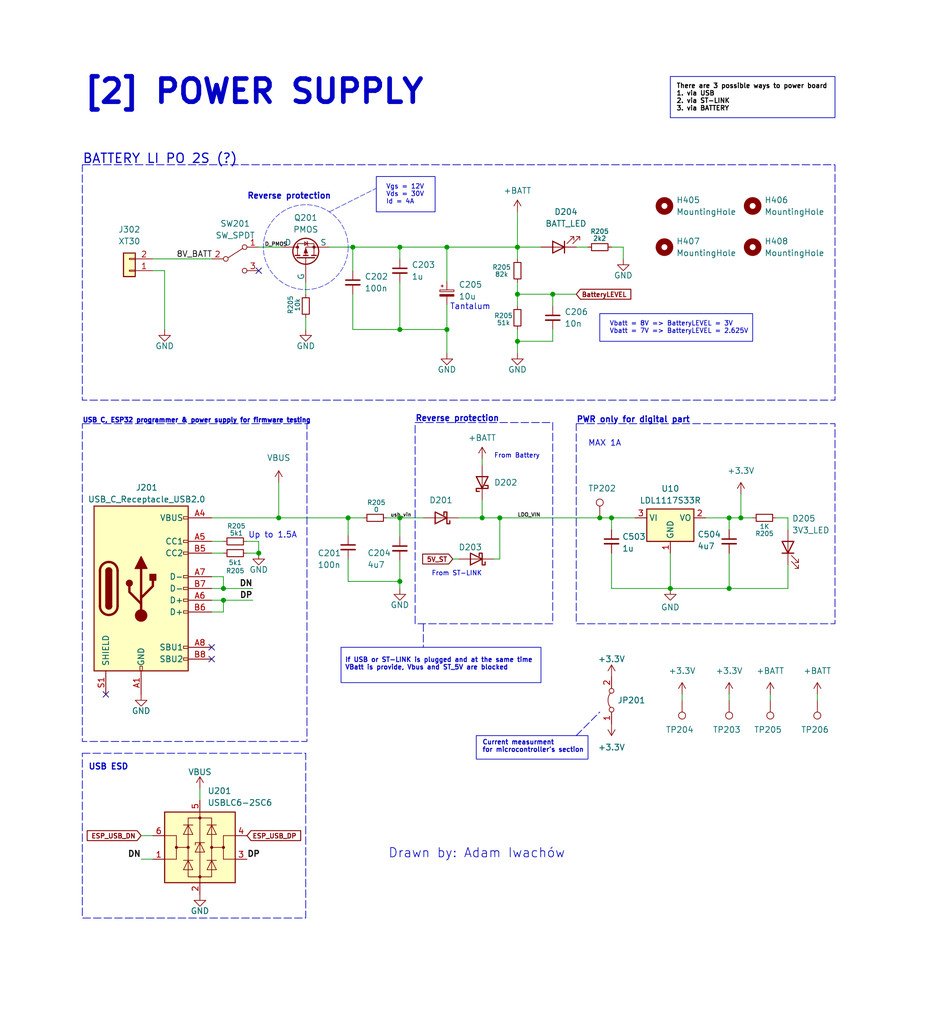
<source format=kicad_sch>
(kicad_sch (version 20230121) (generator eeschema)
  (paper "User" 200 221.005)
  (lib_symbols
    (symbol "Connector:TestPoint" (pin_numbers hide) (pin_names (offset 0.762) hide)
      (property "Reference" "TP" (at 0 6.858 0))
      (property "Value" "TestPoint" (at 0 5.08 0))
      (symbol "TestPoint_0_1"
        (circle (center 0 3.302) (radius 0.762))
      )
      (symbol "TestPoint_1_1"
        (pin passive line (at 0 0 90) (length 2.54) (name "1") (number "1"))
      )
    )
    (symbol "Connector:USB_C_Receptacle_USB2.0" (pin_names (offset 1.016))
      (property "Reference" "J" (at -10.16 19.05 0))
      (property "Value" "USB_C_Receptacle_USB2.0" (at 19.05 19.05 0))
      (symbol "USB_C_Receptacle_USB2.0_0_0"
        (rectangle (start -0.254 -17.78) (end 0.254 -16.764))
        (rectangle (start 10.16 -14.986) (end 9.144 -15.494))
        (rectangle (start 10.16 -12.446) (end 9.144 -12.954))
        (rectangle (start 10.16 -4.826) (end 9.144 -5.334))
        (rectangle (start 10.16 -2.286) (end 9.144 -2.794))
        (rectangle (start 10.16 0.254) (end 9.144 -0.254))
        (rectangle (start 10.16 2.794) (end 9.144 2.286))
        (rectangle (start 10.16 7.874) (end 9.144 7.366))
        (rectangle (start 10.16 10.414) (end 9.144 9.906))
        (rectangle (start 10.16 15.494) (end 9.144 14.986))
      )
      (symbol "USB_C_Receptacle_USB2.0_0_1"
        (rectangle (start -10.16 17.78) (end 10.16 -17.78) (stroke (width 0.254)) (fill (type background)))
        (arc (start -8.89 -3.81) (mid -6.985 -5.7067) (end -5.08 -3.81) (stroke (width 0.508)))
        (arc (start -7.62 -3.81) (mid -6.985 -4.4423) (end -6.35 -3.81) (stroke (width 0.254)))
        (arc (start -7.62 -3.81) (mid -6.985 -4.4423) (end -6.35 -3.81) (stroke (width 0.254)) (fill (type outline)))
        (rectangle (start -7.62 -3.81) (end -6.35 3.81) (stroke (width 0.254)) (fill (type outline)))
        (arc (start -6.35 3.81) (mid -6.985 4.4423) (end -7.62 3.81) (stroke (width 0.254)))
        (arc (start -6.35 3.81) (mid -6.985 4.4423) (end -7.62 3.81) (stroke (width 0.254)) (fill (type outline)))
        (arc (start -5.08 3.81) (mid -6.985 5.7067) (end -8.89 3.81) (stroke (width 0.508)))
        (circle (center -2.54 1.143) (radius 0.635) (stroke (width 0.254)) (fill (type outline)))
        (circle (center 0 -5.842) (radius 1.27) (fill (type outline)))
        (polyline (pts (xy -8.89 -3.81) (xy -8.89 3.81)) (stroke (width 0.508)))
        (polyline (pts (xy -5.08 3.81) (xy -5.08 -3.81)) (stroke (width 0.508)))
        (polyline (pts (xy 0 -5.842) (xy 0 4.318)) (stroke (width 0.508)))
        (polyline (pts (xy 0 -3.302) (xy -2.54 -0.762) (xy -2.54 0.508)) (stroke (width 0.508)))
        (polyline (pts (xy 0 -2.032) (xy 2.54 0.508) (xy 2.54 1.778)) (stroke (width 0.508)))
        (polyline (pts (xy -1.27 4.318) (xy 0 6.858) (xy 1.27 4.318) (xy -1.27 4.318)) (stroke (width 0.254)) (fill (type outline)))
        (rectangle (start 1.905 1.778) (end 3.175 3.048) (stroke (width 0.254)) (fill (type outline)))
      )
      (symbol "USB_C_Receptacle_USB2.0_1_1"
        (pin passive line (at 0 -22.86 90) (length 5.08) (name "GND") (number "A1"))
        (pin passive line (at 0 -22.86 90) (length 5.08) hide (name "GND") (number "A12"))
        (pin passive line (at 15.24 15.24 180) (length 5.08) (name "VBUS") (number "A4"))
        (pin bidirectional line (at 15.24 10.16 180) (length 5.08) (name "CC1") (number "A5"))
        (pin bidirectional line (at 15.24 -2.54 180) (length 5.08) (name "D+") (number "A6"))
        (pin bidirectional line (at 15.24 2.54 180) (length 5.08) (name "D-") (number "A7"))
        (pin bidirectional line (at 15.24 -12.7 180) (length 5.08) (name "SBU1") (number "A8"))
        (pin passive line (at 15.24 15.24 180) (length 5.08) hide (name "VBUS") (number "A9"))
        (pin passive line (at 0 -22.86 90) (length 5.08) hide (name "GND") (number "B1"))
        (pin passive line (at 0 -22.86 90) (length 5.08) hide (name "GND") (number "B12"))
        (pin passive line (at 15.24 15.24 180) (length 5.08) hide (name "VBUS") (number "B4"))
        (pin bidirectional line (at 15.24 7.62 180) (length 5.08) (name "CC2") (number "B5"))
        (pin bidirectional line (at 15.24 -5.08 180) (length 5.08) (name "D+") (number "B6"))
        (pin bidirectional line (at 15.24 0 180) (length 5.08) (name "D-") (number "B7"))
        (pin bidirectional line (at 15.24 -15.24 180) (length 5.08) (name "SBU2") (number "B8"))
        (pin passive line (at 15.24 15.24 180) (length 5.08) hide (name "VBUS") (number "B9"))
        (pin passive line (at -7.62 -22.86 90) (length 5.08) (name "SHIELD") (number "S1"))
      )
    )
    (symbol "Connector_Generic:Conn_01x02" (pin_names (offset 1.016) hide)
      (property "Reference" "J" (at 0 2.54 0))
      (property "Value" "Conn_01x02" (at 0 -5.08 0))
      (symbol "Conn_01x02_1_1"
        (rectangle (start -1.27 -2.413) (end 0 -2.667) (stroke (width 0.1524)))
        (rectangle (start -1.27 0.127) (end 0 -0.127) (stroke (width 0.1524)))
        (rectangle (start -1.27 1.27) (end 1.27 -3.81) (stroke (width 0.254)) (fill (type background)))
        (pin passive line (at -5.08 0 0) (length 3.81) (name "Pin_1") (number "1"))
        (pin passive line (at -5.08 -2.54 0) (length 3.81) (name "Pin_2") (number "2"))
      )
    )
    (symbol "Device:C_Polarized_Small" (pin_numbers hide) (pin_names (offset 0.254) hide)
      (property "Reference" "C" (at 0.254 1.778 0))
      (property "Value" "C_Polarized_Small" (at 0.254 -2.032 0))
      (symbol "C_Polarized_Small_0_1"
        (rectangle (start -1.524 -0.3048) (end 1.524 -0.6858) (fill (type outline)))
        (rectangle (start -1.524 0.6858) (end 1.524 0.3048))
        (polyline (pts (xy -1.27 1.524) (xy -0.762 1.524)))
        (polyline (pts (xy -1.016 1.27) (xy -1.016 1.778)))
      )
      (symbol "C_Polarized_Small_1_1"
        (pin passive line (at 0 2.54 270) (length 1.8542) (name "~") (number "1"))
        (pin passive line (at 0 -2.54 90) (length 1.8542) (name "~") (number "2"))
      )
    )
    (symbol "Device:C_Small" (pin_numbers hide) (pin_names (offset 0.254) hide)
      (property "Reference" "C" (at 0.254 1.778 0))
      (property "Value" "C_Small" (at 0.254 -2.032 0))
      (symbol "C_Small_0_1"
        (polyline (pts (xy -1.524 -0.508) (xy 1.524 -0.508)) (stroke (width 0.3302)))
        (polyline (pts (xy -1.524 0.508) (xy 1.524 0.508)) (stroke (width 0.3048)))
      )
      (symbol "C_Small_1_1"
        (pin passive line (at 0 2.54 270) (length 2.032) (name "~") (number "1"))
        (pin passive line (at 0 -2.54 90) (length 2.032) (name "~") (number "2"))
      )
    )
    (symbol "Device:D_Schottky" (pin_numbers hide) (pin_names (offset 1.016) hide)
      (property "Reference" "D" (at 0 2.54 0))
      (property "Value" "D_Schottky" (at 0 -2.54 0))
      (symbol "D_Schottky_0_1"
        (polyline (pts (xy 1.27 0) (xy -1.27 0)))
        (polyline (pts (xy 1.27 1.27) (xy 1.27 -1.27) (xy -1.27 0) (xy 1.27 1.27)) (stroke (width 0.254)))
        (polyline (pts (xy -1.905 0.635) (xy -1.905 1.27) (xy -1.27 1.27) (xy -1.27 -1.27) (xy -0.635 -1.27) (xy -0.635 -0.635)) (stroke (width 0.254)))
      )
      (symbol "D_Schottky_1_1"
        (pin passive line (at -3.81 0 0) (length 2.54) (name "K") (number "1"))
        (pin passive line (at 3.81 0 180) (length 2.54) (name "A") (number "2"))
      )
    )
    (symbol "Device:LED" (pin_numbers hide) (pin_names (offset 1.016) hide)
      (property "Reference" "D" (at 0 2.54 0))
      (property "Value" "LED" (at 0 -2.54 0))
      (symbol "LED_0_1"
        (polyline (pts (xy -1.27 -1.27) (xy -1.27 1.27)) (stroke (width 0.254)))
        (polyline (pts (xy -1.27 0) (xy 1.27 0)))
        (polyline (pts (xy 1.27 -1.27) (xy 1.27 1.27) (xy -1.27 0) (xy 1.27 -1.27)) (stroke (width 0.254)))
        (polyline (pts (xy -3.048 -0.762) (xy -4.572 -2.286) (xy -3.81 -2.286) (xy -4.572 -2.286) (xy -4.572 -1.524)))
        (polyline (pts (xy -1.778 -0.762) (xy -3.302 -2.286) (xy -2.54 -2.286) (xy -3.302 -2.286) (xy -3.302 -1.524)))
      )
      (symbol "LED_1_1"
        (pin passive line (at -3.81 0 0) (length 2.54) (name "K") (number "1"))
        (pin passive line (at 3.81 0 180) (length 2.54) (name "A") (number "2"))
      )
    )
    (symbol "Device:R_Small" (pin_numbers hide) (pin_names (offset 0.254) hide)
      (property "Reference" "R" (at 0.762 0.508 0))
      (property "Value" "R_Small" (at 0.762 -1.016 0))
      (symbol "R_Small_0_1"
        (rectangle (start -0.762 1.778) (end 0.762 -1.778) (stroke (width 0.2032)))
      )
      (symbol "R_Small_1_1"
        (pin passive line (at 0 2.54 270) (length 0.762) (name "~") (number "1"))
        (pin passive line (at 0 -2.54 90) (length 0.762) (name "~") (number "2"))
      )
    )
    (symbol "Jumper:Jumper_2_Bridged" (pin_names (offset 0) hide)
      (property "Reference" "JP" (at 0 1.905 0))
      (property "Value" "Jumper_2_Bridged" (at 0 -2.54 0))
      (symbol "Jumper_2_Bridged_0_0"
        (circle (center -2.032 0) (radius 0.508))
        (circle (center 2.032 0) (radius 0.508))
      )
      (symbol "Jumper_2_Bridged_0_1"
        (arc (start 1.524 0.254) (mid 0 0.762) (end -1.524 0.254))
      )
      (symbol "Jumper_2_Bridged_1_1"
        (pin passive line (at -5.08 0 0) (length 2.54) (name "A") (number "1"))
        (pin passive line (at 5.08 0 180) (length 2.54) (name "B") (number "2"))
      )
    )
    (symbol "Mechanical:MountingHole" (pin_names (offset 1.016))
      (property "Reference" "H" (at 0 5.08 0))
      (property "Value" "MountingHole" (at 0 3.175 0))
      (symbol "MountingHole_0_1"
        (circle (center 0 0) (radius 1.27) (stroke (width 1.27)))
      )
    )
    (symbol "Power_Protection:USBLC6-2SC6" (pin_names hide)
      (property "Reference" "U" (at 2.54 8.89 0))
      (property "Value" "USBLC6-2SC6" (at 2.54 -8.89 0))
      (symbol "USBLC6-2SC6_0_1"
        (rectangle (start -7.62 -7.62) (end 7.62 7.62) (stroke (width 0.254)) (fill (type background)))
        (circle (center -5.08 0) (radius 0.254) (fill (type outline)))
        (circle (center -2.54 0) (radius 0.254) (fill (type outline)))
        (rectangle (start -2.54 6.35) (end 2.54 -6.35))
        (circle (center 0 -6.35) (radius 0.254) (fill (type outline)))
        (polyline (pts (xy -5.08 -2.54) (xy -7.62 -2.54)))
        (polyline (pts (xy -5.08 0) (xy -5.08 -2.54)))
        (polyline (pts (xy -5.08 2.54) (xy -7.62 2.54)))
        (polyline (pts (xy -1.524 -2.794) (xy -3.556 -2.794)))
        (polyline (pts (xy -1.524 4.826) (xy -3.556 4.826)))
        (polyline (pts (xy 0 -7.62) (xy 0 -6.35)))
        (polyline (pts (xy 0 -6.35) (xy 0 1.27)))
        (polyline (pts (xy 0 1.27) (xy 0 6.35)))
        (polyline (pts (xy 0 6.35) (xy 0 7.62)))
        (polyline (pts (xy 1.524 -2.794) (xy 3.556 -2.794)))
        (polyline (pts (xy 1.524 4.826) (xy 3.556 4.826)))
        (polyline (pts (xy 5.08 -2.54) (xy 7.62 -2.54)))
        (polyline (pts (xy 5.08 0) (xy 5.08 -2.54)))
        (polyline (pts (xy 5.08 2.54) (xy 7.62 2.54)))
        (polyline (pts (xy -2.54 0) (xy -5.08 0) (xy -5.08 2.54)))
        (polyline (pts (xy 2.54 0) (xy 5.08 0) (xy 5.08 2.54)))
        (polyline (pts (xy -3.556 -4.826) (xy -1.524 -4.826) (xy -2.54 -2.794) (xy -3.556 -4.826)))
        (polyline (pts (xy -3.556 2.794) (xy -1.524 2.794) (xy -2.54 4.826) (xy -3.556 2.794)))
        (polyline (pts (xy -1.016 -1.016) (xy 1.016 -1.016) (xy 0 1.016) (xy -1.016 -1.016)))
        (polyline (pts (xy 1.016 1.016) (xy 0.762 1.016) (xy -1.016 1.016) (xy -1.016 0.508)))
        (polyline (pts (xy 3.556 -4.826) (xy 1.524 -4.826) (xy 2.54 -2.794) (xy 3.556 -4.826)))
        (polyline (pts (xy 3.556 2.794) (xy 1.524 2.794) (xy 2.54 4.826) (xy 3.556 2.794)))
        (circle (center 0 6.35) (radius 0.254) (fill (type outline)))
        (circle (center 2.54 0) (radius 0.254) (fill (type outline)))
        (circle (center 5.08 0) (radius 0.254) (fill (type outline)))
      )
      (symbol "USBLC6-2SC6_1_1"
        (pin passive line (at -10.16 -2.54 0) (length 2.54) (name "I/O1") (number "1"))
        (pin passive line (at 0 -10.16 90) (length 2.54) (name "GND") (number "2"))
        (pin passive line (at 10.16 -2.54 180) (length 2.54) (name "I/O2") (number "3"))
        (pin passive line (at 10.16 2.54 180) (length 2.54) (name "I/O2") (number "4"))
        (pin passive line (at 0 10.16 270) (length 2.54) (name "VBUS") (number "5"))
        (pin passive line (at -10.16 2.54 0) (length 2.54) (name "I/O1") (number "6"))
      )
    )
    (symbol "Regulator_Linear:LD1117S33TR_SOT223"
      (property "Reference" "U" (at -3.81 3.175 0))
      (property "Value" "LD1117S33TR_SOT223" (at 0 3.175 0))
      (symbol "LD1117S33TR_SOT223_0_1"
        (rectangle (start -5.08 -5.08) (end 5.08 1.905) (stroke (width 0.254)) (fill (type background)))
      )
      (symbol "LD1117S33TR_SOT223_1_1"
        (pin power_in line (at 0 -7.62 90) (length 2.54) (name "GND") (number "1"))
        (pin power_out line (at 7.62 0 180) (length 2.54) (name "VO") (number "2"))
        (pin power_in line (at -7.62 0 0) (length 2.54) (name "VI") (number "3"))
      )
    )
    (symbol "Simulation_SPICE:PMOS" (pin_numbers hide) (pin_names (offset 0))
      (property "Reference" "Q201" (at 8.89 0 90))
      (property "Value" "PMOS" (at 6.35 0 90))
      (symbol "PMOS_0_1"
        (polyline (pts (xy 0.254 0) (xy -2.54 0)))
        (polyline (pts (xy 0.254 1.905) (xy 0.254 -1.905)) (stroke (width 0.254)))
        (polyline (pts (xy 0.762 -1.27) (xy 0.762 -2.286)) (stroke (width 0.254)))
        (polyline (pts (xy 0.762 0.508) (xy 0.762 -0.508)) (stroke (width 0.254)))
        (polyline (pts (xy 0.762 2.286) (xy 0.762 1.27)) (stroke (width 0.254)))
        (polyline (pts (xy 2.54 2.54) (xy 2.54 1.778)))
        (polyline (pts (xy 2.54 -2.54) (xy 2.54 0) (xy 0.762 0)))
        (polyline (pts (xy 0.762 1.778) (xy 3.302 1.778) (xy 3.302 -1.778) (xy 0.762 -1.778)))
        (polyline (pts (xy 2.286 0) (xy 1.27 0.381) (xy 1.27 -0.381) (xy 2.286 0)) (fill (type outline)))
        (polyline (pts (xy 2.794 -0.508) (xy 2.921 -0.381) (xy 3.683 -0.381) (xy 3.81 -0.254)))
        (polyline (pts (xy 3.302 -0.381) (xy 2.921 0.254) (xy 3.683 0.254) (xy 3.302 -0.381)))
        (circle (center 1.651 0) (radius 2.794) (stroke (width 0.254)))
        (circle (center 2.54 -1.778) (radius 0.254) (fill (type outline)))
        (circle (center 2.54 1.778) (radius 0.254) (fill (type outline)))
      )
      (symbol "PMOS_1_1"
        (pin input line (at -5.08 0 0) (length 2.54) (name "G") (number "1"))
        (pin passive line (at 2.54 -5.08 90) (length 2.54) (name "S") (number "2"))
        (pin passive line (at 2.54 5.08 270) (length 2.54) (name "D") (number "3"))
      )
    )
    (symbol "Switch:SW_SPDT" (pin_names (offset 0) hide)
      (property "Reference" "SW" (at 0 4.318 0))
      (property "Value" "SW_SPDT" (at 0 -5.08 0))
      (symbol "SW_SPDT_0_0"
        (circle (center -2.032 0) (radius 0.508))
        (circle (center 2.032 -2.54) (radius 0.508))
      )
      (symbol "SW_SPDT_0_1"
        (polyline (pts (xy -1.524 0.254) (xy 1.651 2.286)))
        (circle (center 2.032 2.54) (radius 0.508))
      )
      (symbol "SW_SPDT_1_1"
        (pin passive line (at 5.08 2.54 180) (length 2.54) (name "A") (number "1"))
        (pin passive line (at -5.08 0 0) (length 2.54) (name "B") (number "2"))
        (pin passive line (at 5.08 -2.54 180) (length 2.54) (name "C") (number "3"))
      )
    )
    (symbol "power:+3.3V" (power) (pin_names (offset 0))
      (property "Value" "+3.3V" (at 0 3.556 0))
      (symbol "+3.3V_0_1"
        (polyline (pts (xy -0.762 1.27) (xy 0 2.54)))
        (polyline (pts (xy 0 0) (xy 0 2.54)))
        (polyline (pts (xy 0 2.54) (xy 0.762 1.27)))
      )
      (symbol "+3.3V_1_1"
        (pin power_in line (at 0 0 90) (length 0) hide (name "+3.3V") (number "1"))
      )
    )
    (symbol "power:+BATT" (power) (pin_names (offset 0))
      (property "Value" "+BATT" (at 0 3.556 0))
      (symbol "+BATT_0_1"
        (polyline (pts (xy -0.762 1.27) (xy 0 2.54)))
        (polyline (pts (xy 0 0) (xy 0 2.54)))
        (polyline (pts (xy 0 2.54) (xy 0.762 1.27)))
      )
      (symbol "+BATT_1_1"
        (pin power_in line (at 0 0 90) (length 0) hide (name "+BATT") (number "1"))
      )
    )
    (symbol "power:GND" (power) (pin_names (offset 0))
      (property "Value" "GND" (at 0 -3.81 0))
      (symbol "GND_0_1"
        (polyline (pts (xy 0 0) (xy 0 -1.27) (xy 1.27 -1.27) (xy 0 -2.54) (xy -1.27 -1.27) (xy 0 -1.27)))
      )
      (symbol "GND_1_1"
        (pin power_in line (at 0 0 270) (length 0) hide (name "GND") (number "1"))
      )
    )
    (symbol "power:VBUS" (power) (pin_names (offset 0))
      (property "Value" "VBUS" (at 0 3.81 0))
      (symbol "VBUS_0_1"
        (polyline (pts (xy -0.762 1.27) (xy 0 2.54)))
        (polyline (pts (xy 0 0) (xy 0 2.54)))
        (polyline (pts (xy 0 2.54) (xy 0.762 1.27)))
      )
      (symbol "VBUS_1_1"
        (pin power_in line (at 0 0 90) (length 0) hide (name "VBUS") (number "1"))
      )
    )
  )
  (junction (at 75.184 111.76))
  (junction (at 104.14 111.76))
  (junction (at 76.2 53.34))
  (junction (at 48.26 127))
  (junction (at 144.78 127))
  (junction (at 86.36 125.476))
  (junction (at 55.88 119.38))
  (junction (at 86.36 111.76))
  (junction (at 111.76 63.5))
  (junction (at 119.38 63.5))
  (junction (at 111.76 53.34))
  (junction (at 111.76 73.66))
  (junction (at 157.48 111.76))
  (junction (at 160.02 111.76))
  (junction (at 86.36 53.34))
  (junction (at 96.52 71.12))
  (junction (at 96.52 53.34))
  (junction (at 157.48 127))
  (junction (at 107.95 111.76))
  (junction (at 60.198 111.76))
  (junction (at 129.54 111.76))
  (junction (at 132.08 111.76))
  (junction (at 86.36 71.12))
  (junction (at 48.26 129.54))
  (no_connect (at 45.72 142.24))
  (no_connect (at 45.72 139.7))
  (no_connect (at 55.88 58.42))
  (no_connect (at 22.86 149.86))
  (wire (pts (xy 86.36 111.76) (xy 91.44 111.76)))
  (wire (pts (xy 160.02 106.68) (xy 160.02 111.76)))
  (wire (pts (xy 76.2 63.5) (xy 76.2 71.12)))
  (wire (pts (xy 48.26 129.54) (xy 48.26 132.08)))
  (wire (pts (xy 86.36 60.96) (xy 86.36 71.12)))
  (wire (pts (xy 176.53 149.86) (xy 176.53 151.13)))
  (wire (pts (xy 111.76 60.96) (xy 111.76 63.5)))
  (wire (pts (xy 48.26 124.46) (xy 48.26 127)))
  (wire (pts (xy 75.184 120.65) (xy 75.184 125.476)))
  (polyline (pts (xy 124.46 158.75) (xy 129.54 153.67)) (stroke (width 0) (type dash)))
  (wire (pts (xy 111.76 76.2) (xy 111.76 73.66)))
  (wire (pts (xy 60.198 104.14) (xy 60.198 111.76)))
  (wire (pts (xy 53.34 116.84) (xy 55.88 116.84)))
  (wire (pts (xy 147.32 149.86) (xy 147.32 151.13)))
  (wire (pts (xy 119.38 63.5) (xy 124.46 63.5)))
  (wire (pts (xy 96.52 71.12) (xy 96.52 76.2)))
  (wire (pts (xy 111.76 73.66) (xy 111.76 71.12)))
  (wire (pts (xy 134.62 53.34) (xy 134.62 55.88)))
  (polyline (pts (xy 71.12 45.72) (xy 81.28 40.64)) (stroke (width 0.1) (type dash)))
  (wire (pts (xy 111.76 63.5) (xy 111.76 66.04)))
  (wire (pts (xy 152.4 111.76) (xy 157.48 111.76)))
  (wire (pts (xy 111.76 53.34) (xy 111.76 55.88)))
  (wire (pts (xy 48.26 127) (xy 54.61 127)))
  (wire (pts (xy 83.566 111.76) (xy 86.36 111.76)))
  (wire (pts (xy 30.48 180.34) (xy 33.02 180.34)))
  (wire (pts (xy 60.198 111.76) (xy 75.184 111.76)))
  (wire (pts (xy 119.38 71.12) (xy 119.38 73.66)))
  (wire (pts (xy 96.52 65.786) (xy 96.52 71.12)))
  (wire (pts (xy 99.06 111.76) (xy 104.14 111.76)))
  (wire (pts (xy 86.36 55.88) (xy 86.36 53.34)))
  (wire (pts (xy 45.72 132.08) (xy 48.26 132.08)))
  (wire (pts (xy 86.36 120.904) (xy 86.36 125.476)))
  (wire (pts (xy 170.18 111.76) (xy 167.64 111.76)))
  (wire (pts (xy 76.2 53.34) (xy 86.36 53.34)))
  (wire (pts (xy 144.78 127) (xy 144.78 119.38)))
  (wire (pts (xy 106.68 120.65) (xy 107.95 120.65)))
  (wire (pts (xy 132.08 53.34) (xy 134.62 53.34)))
  (wire (pts (xy 75.184 111.76) (xy 78.486 111.76)))
  (wire (pts (xy 86.36 53.34) (xy 96.52 53.34)))
  (wire (pts (xy 107.95 111.76) (xy 129.54 111.76)))
  (wire (pts (xy 107.95 120.65) (xy 107.95 111.76)))
  (wire (pts (xy 96.52 53.34) (xy 96.52 60.706)))
  (wire (pts (xy 66.04 68.58) (xy 66.04 71.12)))
  (wire (pts (xy 111.76 63.5) (xy 119.38 63.5)))
  (wire (pts (xy 86.36 111.76) (xy 86.36 115.824)))
  (wire (pts (xy 48.26 124.46) (xy 45.72 124.46)))
  (wire (pts (xy 33.02 55.88) (xy 45.72 55.88)))
  (wire (pts (xy 157.48 111.76) (xy 160.02 111.76)))
  (wire (pts (xy 76.2 53.34) (xy 76.2 58.42)))
  (wire (pts (xy 45.72 119.38) (xy 48.26 119.38)))
  (wire (pts (xy 45.72 116.84) (xy 48.26 116.84)))
  (wire (pts (xy 86.36 125.476) (xy 86.36 127)))
  (wire (pts (xy 86.36 71.12) (xy 96.52 71.12)))
  (wire (pts (xy 43.18 170.18) (xy 43.18 172.72)))
  (wire (pts (xy 111.76 45.72) (xy 111.76 53.34)))
  (wire (pts (xy 111.76 53.34) (xy 116.84 53.34)))
  (wire (pts (xy 55.88 53.34) (xy 60.96 53.34)))
  (wire (pts (xy 157.48 119.38) (xy 157.48 127)))
  (wire (pts (xy 71.12 53.34) (xy 76.2 53.34)))
  (wire (pts (xy 144.78 127) (xy 157.48 127)))
  (wire (pts (xy 35.56 58.42) (xy 35.56 71.12)))
  (wire (pts (xy 129.54 111.76) (xy 132.08 111.76)))
  (wire (pts (xy 45.72 111.76) (xy 60.198 111.76)))
  (wire (pts (xy 66.04 60.96) (xy 66.04 63.5)))
  (wire (pts (xy 30.48 185.42) (xy 33.02 185.42)))
  (wire (pts (xy 104.14 99.06) (xy 104.14 100.33)))
  (wire (pts (xy 157.48 111.76) (xy 157.48 114.3)))
  (wire (pts (xy 157.48 149.86) (xy 157.48 151.13)))
  (polyline (pts (xy 91.44 134.62) (xy 91.44 139.7)) (stroke (width 0) (type dash)))
  (wire (pts (xy 53.34 119.38) (xy 55.88 119.38)))
  (wire (pts (xy 119.38 63.5) (xy 119.38 66.04)))
  (wire (pts (xy 104.14 111.76) (xy 107.95 111.76)))
  (wire (pts (xy 45.72 127) (xy 48.26 127)))
  (wire (pts (xy 75.184 111.76) (xy 75.184 115.57)))
  (wire (pts (xy 132.08 119.38) (xy 132.08 127)))
  (wire (pts (xy 99.06 120.65) (xy 97.79 120.65)))
  (wire (pts (xy 48.26 129.54) (xy 45.72 129.54)))
  (wire (pts (xy 124.46 53.34) (xy 127 53.34)))
  (wire (pts (xy 132.08 127) (xy 144.78 127)))
  (wire (pts (xy 96.52 53.34) (xy 111.76 53.34)))
  (wire (pts (xy 76.2 71.12) (xy 86.36 71.12)))
  (wire (pts (xy 75.184 125.476) (xy 86.36 125.476)))
  (wire (pts (xy 33.02 58.42) (xy 35.56 58.42)))
  (wire (pts (xy 170.18 114.3) (xy 170.18 111.76)))
  (wire (pts (xy 160.02 111.76) (xy 162.56 111.76)))
  (wire (pts (xy 55.88 116.84) (xy 55.88 119.38)))
  (wire (pts (xy 132.08 111.76) (xy 132.08 114.3)))
  (wire (pts (xy 119.38 73.66) (xy 111.76 73.66)))
  (wire (pts (xy 157.48 127) (xy 170.18 127)))
  (wire (pts (xy 104.14 107.95) (xy 104.14 111.76)))
  (wire (pts (xy 170.18 127) (xy 170.18 121.92)))
  (wire (pts (xy 166.37 149.86) (xy 166.37 151.13)))
  (wire (pts (xy 132.08 111.76) (xy 137.16 111.76)))
  (wire (pts (xy 48.26 129.54) (xy 54.61 129.54)))
  (rectangle (start 17.78 35.56) (end 180.34 86.36) (stroke (width 0) (type dash)))
  (rectangle (start 89.662 91.186) (end 119.38 134.62) (stroke (width 0) (type dash)))
  (rectangle (start 17.78 91.44) (end 66.294 160.02) (stroke (width 0) (type dash)))
  (rectangle (start 102.87 158.75) (end 127 163.83))
  (rectangle (start 17.78 162.56) (end 66.04 198.12) (stroke (width 0) (type dash)))
  (rectangle (start 124.46 91.44) (end 180.34 134.62) (stroke (width 0) (type dash)))
  (rectangle (start 129.54 67.6874) (end 162.56 73.66))
  (circle (center 66.04 53.34) (radius 9.1581) (stroke (width 0.1) (type dash)))
  (rectangle (start 73.66 139.7) (end 116.84 147.32))
  (rectangle (start 81.28 38.1) (end 93.98 45.72))
  (rectangle (start 144.78 16.51) (end 180.34 25.4))
  (text "Reverse protection \n" (at 89.662 91.186 0) (effects (font (size 1.27 1.27) (thickness 0.254) bold) (justify left bottom)))
  (text "USB C, ESP32 programmer & power supply for firmware testing " (at 17.78 91.44 0) (effects (font (size 1 1) (thickness 0.254) bold) (justify left bottom)))
  (text "[2] POWER SUPPLY " (at 17.78 22.86 0) (effects (font (size 5 5) (thickness 1) bold) (justify left bottom)))
  (text "Tantalum " (at 97.1445 67.0438 0) (effects (font (size 1.27 1.27)) (justify left bottom)))
  (text "Reverse protection \n" (at 53.34 43.18 0) (effects (font (size 1.27 1.27) (thickness 0.254) bold) (justify left bottom)))
  (text "There are 3 possible ways to power board \n1. via USB \n2. via ST-LINK\n3. via BATTERY" (at 146.05 24.13 0) (effects (font (size 1 1) bold) (justify left bottom)))
  (text "Current measurment \nfor microcontroller's section" (at 104.14 162.56 0) (effects (font (size 1 1) bold) (justify left bottom)))
  (text "Vgs = 12V \nVds = 30V\nId = 4A" (at 83.3643 44.2188 0) (effects (font (size 1 1)) (justify left bottom)))
  (text "From Battery\n" (at 106.68 99.06 0) (effects (font (size 1 1)) (justify left bottom)))
  (text "PWR only for digital part " (at 124.46 91.44 0) (effects (font (size 1.27 1.27) (thickness 0.254) bold) (justify left bottom)))
  (text "If USB or ST-LINK is plugged and at the same time\nVBatt is provide, Vbus and ST_5V are blocked \n" (at 74.4885 144.7736 0) (effects (font (size 1 1) bold) (justify left bottom)))
  (text "MAX 1A\n" (at 127 96.52 0) (effects (font (size 1.27 1.27)) (justify left bottom)))
  (text "From ST-LINK\n" (at 104.14 124.46 0) (effects (font (size 1 1)) (justify right bottom)))
  (text "Vbatt = 8V => BatteryLEVEL = 3V  \nVbatt = 7V => BatteryLEVEL = 2.625V  " (at 131.6243 72.1588 0) (effects (font (size 1 1)) (justify left bottom)))
  (text "USB ESD" (at 19.05 166.37 0) (effects (font (size 1.27 1.27) (thickness 0.254) bold) (justify left bottom)))
  (text "Up to 1.5A" (at 53.594 116.332 0) (effects (font (size 1.27 1.27)) (justify left bottom)))
  (text "Drawn by: Adam Iwachów " (at 83.82 185.42 0) (effects (font (size 2 2)) (justify left bottom)))
  (text "BATTERY LI PO 2S (?)" (at 17.78 35.56 0) (effects (font (size 2 2) (thickness 0.254) bold) (justify left bottom)))
  (label "8V_BATT" (at 38.1 55.88 0))
  (label "DP" (at 54.61 129.54 180) (effects (font bold)))
  (label "DN" (at 54.61 127 180) (effects (font bold)))
  (label "D_PMOS" (at 57.15 53.34 0) (effects (font (size 0.8 0.8))))
  (label "DP" (at 53.34 185.42 0) (effects (font bold)))
  (label "DN" (at 30.48 185.42 180) (effects (font bold)))
  (label "usb_vin" (at 88.9 111.76 180) (effects (font (size 0.8 0.8))))
  (label "LDO_VIN" (at 111.76 111.76 0) (effects (font (size 0.8 0.8))))
  (global_label "BatteryLEVEL" (shape input) (at 124.46 63.5 0) (effects (font (size 1 1) bold)) (property "Intersheetrefs" "${INTERSHEET_REFS}" (effects hide)))
  (global_label "5V_ST" (shape input) (at 97.79 120.65 180) (effects (font (size 1 1) (thickness 0.2) bold)) (property "Intersheetrefs" "${INTERSHEET_REFS}" (effects hide)))
  (global_label "ESP_USB_DN" (shape input) (at 30.48 180.34 180) (effects (font (size 1 1) bold)) (property "Intersheetrefs" "${INTERSHEET_REFS}" (effects hide)))
  (global_label "ESP_USB_DP" (shape input) (at 53.34 180.34 0) (effects (font (size 1 1) bold)) (property "Intersheetrefs" "${INTERSHEET_REFS}" (effects hide)))
  (symbol (lib_id "power:+BATT") (at 176.53 149.86 0) (unit 1)
    (property "Reference" "#PWR0219" (effects hide))
    (property "Value" "+BATT" (at 176.53 144.78 0))
  )
  (symbol (lib_id "Device:C_Small") (at 76.2 60.96 0) (unit 1)
    (property "Reference" "C202" (at 78.74 59.6963 0) (effects (justify left)))
    (property "Value" "100n" (at 78.74 62.2363 0) (effects (justify left)))
    (property "Footprint" "Capacitor_SMD:C_0603_1608Metric" (effects hide))
    (property "JLCPCB Part #" "C14663" (effects hide))
  )
  (symbol (lib_id "Connector:TestPoint") (at 176.53 151.13 180) (unit 1)
    (property "Reference" "TP206" (at 179.07 157.48 0) (effects (justify left)))
    (property "Value" "TestPoint" (effects hide))
    (property "Footprint" "TestPoint:TestPoint_Pad_D1.0mm" (effects hide))
  )
  (symbol (lib_id "power:+3.3V") (at 160.02 106.68 0) (unit 1)
    (property "Reference" "#PWR0220" (effects hide))
    (property "Value" "+3.3V" (at 160.02 101.6 0))
  )
  (symbol (lib_id "power:GND") (at 86.36 127 0) (unit 1)
    (property "Reference" "#PWR0208" (effects hide))
    (property "Value" "GND" (at 86.36 130.556 0))
  )
  (symbol (lib_id "Device:R_Small") (at 165.1 111.76 90) (unit 1)
    (property "Reference" "R205" (at 165.1238 115.1607 90) (effects (font (size 1 1))))
    (property "Value" "1K" (at 165.1238 113.6367 90) (effects (font (size 1 1))))
    (property "Footprint" "Resistor_SMD:R_0603_1608Metric" (effects hide))
    (property "JLCPCB Part #" "C21190" (effects hide))
    (instances (project "Micromouse" (path "" (reference "R205") (unit 1)) (path "" (reference "R208") (unit 1))))
  )
  (symbol (lib_id "power:GND") (at 55.88 119.38 0) (unit 1)
    (property "Reference" "#PWR0205" (effects hide))
    (property "Value" "GND" (at 55.88 122.936 0))
  )
  (symbol (lib_id "Device:R_Small") (at 50.8 116.84 90) (unit 1)
    (property "Reference" "R205" (at 51.054 113.538 90) (effects (font (size 1 1))))
    (property "Value" "5k1" (at 51.054 115.062 90) (effects (font (size 1 1))))
    (property "Footprint" "Resistor_SMD:R_0402_1005Metric" (effects hide))
    (property "JLCPCB Part #" "C25905" (effects hide))
    (instances (project "Micromouse" (path "" (reference "R205") (unit 1)) (path "" (reference "R201") (unit 1))))
  )
  (symbol (lib_id "power:VBUS") (at 60.198 104.14 0) (unit 1)
    (property "Reference" "#PWR0206" (effects hide))
    (property "Value" "VBUS" (at 60.198 98.806 0))
  )
  (symbol (lib_id "Connector:USB_C_Receptacle_USB2.0") (at 30.48 127 0) (unit 1)
    (property "Reference" "J201" (at 31.689 105.2243 0))
    (property "Value" "USB_C_Receptacle_USB2.0" (at 31.689 107.7643 0))
    (property "Footprint" "Connector_USB:USB_C_Receptacle_GCT_USB4105-xx-A_16P_TopMnt_Horizontal" (effects hide))
    (property "Datasheet" "https://www.usb.org/sites/default/files/documents/usb_type-c.zip" (effects hide))
    (instances (project "Micromouse" (path "" (reference "J201") (unit 1)) (path "" (reference "J202") (unit 1))))
  )
  (symbol (lib_id "power:+3.3V") (at 147.32 149.86 0) (unit 1)
    (property "Reference" "#PWR0213" (effects hide))
    (property "Value" "+3.3V" (at 147.32 144.78 0))
  )
  (symbol (lib_id "Device:R_Small") (at 111.76 68.58 180) (unit 1)
    (property "Reference" "R205" (at 108.7508 68.1349 0) (effects (font (size 1 1))))
    (property "Value" "51k" (at 108.7508 69.6589 0) (effects (font (size 1 1))))
    (property "Footprint" "Resistor_SMD:R_0603_1608Metric" (effects hide))
    (property "JLCPCB Part #" "C23196" (effects hide))
    (instances (project "Micromouse" (path "" (reference "R205") (unit 1)) (path "" (reference "R206") (unit 1))))
  )
  (symbol (lib_id "Simulation_SPICE:PMOS") (at 66.04 55.88 90) (unit 1)
    (property "Reference" "Q201" (at 66.04 46.99 90))
    (property "Value" "PMOS" (at 66.04 49.53 90))
    (property "Footprint" "Package_TO_SOT_SMD:SOT-23-3" (effects hide))
    (property "Datasheet" "https://ngspice.sourceforge.io/docs/ngspice-manual.pdf" (effects hide))
    (property "Sim.Device" "PMOS" (effects hide))
    (property "Sim.Type" "VDMOS" (effects hide))
    (property "Sim.Pins" "1=D 2=G 3=S" (effects hide))
    (property "JLCPCB Part #" "C15127" (effects hide))
  )
  (symbol (lib_id "power:GND") (at 66.04 71.12 0) (unit 1)
    (property "Reference" "#PWR0216" (effects hide))
    (property "Value" "GND" (at 66.04 74.676 0))
    (instances (project "Micromouse" (path "" (reference "#PWR0216") (unit 1)) (path "" (reference "#PWR0207") (unit 1))) (project "STM32F411CEU6_ESP32_IMU" (path "" (reference "#PWR06") (unit 1))))
  )
  (symbol (lib_id "power:GND") (at 111.76 76.2 0) (unit 1)
    (property "Reference" "#PWR0216" (effects hide))
    (property "Value" "GND" (at 111.76 79.756 0))
    (instances (project "Micromouse" (path "" (reference "#PWR0216") (unit 1)) (path "" (reference "#PWR0212") (unit 1))) (project "STM32F411CEU6_ESP32_IMU" (path "" (reference "#PWR06") (unit 1))))
  )
  (symbol (lib_id "power:+3.3V") (at 157.48 149.86 0) (unit 1)
    (property "Reference" "#PWR0217" (effects hide))
    (property "Value" "+3.3V" (at 157.48 144.78 0))
  )
  (symbol (lib_id "Device:C_Small") (at 86.36 58.42 0) (unit 1)
    (property "Reference" "C203" (at 88.9 57.1563 0) (effects (justify left)))
    (property "Value" "1u" (at 88.9 59.6963 0) (effects (justify left)))
    (property "Footprint" "Capacitor_SMD:C_0603_1608Metric" (effects hide))
    (property "JLCPCB Part #" "C15849" (effects hide))
  )
  (symbol (lib_id "Connector:TestPoint") (at 129.54 111.76 0) (unit 1)
    (property "Reference" "TP202" (at 127 105.41 0) (effects (justify left)))
    (property "Value" "TestPoint" (effects hide))
    (property "Footprint" "TestPoint:TestPoint_Pad_D1.0mm" (effects hide))
  )
  (symbol (lib_id "Device:C_Polarized_Small") (at 96.52 63.246 0) (unit 1)
    (property "Reference" "C205" (at 99.06 61.4299 0) (effects (justify left)))
    (property "Value" "10u" (at 99.06 63.9699 0) (effects (justify left)))
    (property "Footprint" "Capacitor_Tantalum_SMD:CP_EIA-3216-10_Kemet-I_Pad1.58x1.35mm_HandSolder" (effects hide))
    (property "JLCPCB Part #" "C7171" (effects hide))
  )
  (symbol (lib_id "Device:C_Small") (at 157.48 116.84 0) (unit 1)
    (property "Reference" "C504" (at 150.622 115.316 0) (effects (justify left)))
    (property "Value" "4u7" (at 150.622 117.856 0) (effects (justify left)))
    (property "Footprint" "Capacitor_SMD:C_0603_1608Metric" (effects hide))
    (property "LCSC PART #" "C19666" (effects hide))
    (property "JLCPCB Part #" "C19666 " (effects hide))
    (instances (project "SYSTEM_KONTROLI_LOTU" (path "" (reference "C504") (unit 1))) (project "Micromouse" (path "" (reference "C208") (unit 1))))
  )
  (symbol (lib_id "Device:D_Schottky") (at 104.14 104.14 90) (unit 1)
    (property "Reference" "D202" (at 106.68 104.14 90) (effects (justify right)))
    (property "Value" "D_Schottky" (effects hide))
    (property "Footprint" "Adam_lib:D_SOD-123FL" (effects hide))
  )
  (symbol (lib_id "Device:R_Small") (at 111.76 58.42 180) (unit 1)
    (property "Reference" "R205" (at 108.3435 57.6804 0) (effects (font (size 1 1))))
    (property "Value" "82k" (at 108.3435 59.2044 0) (effects (font (size 1 1))))
    (property "Footprint" "Resistor_SMD:R_0603_1608Metric" (effects hide))
    (property "JLCPCB Part #" "C23254" (effects hide))
  )
  (symbol (lib_id "Connector:TestPoint") (at 157.48 151.13 180) (unit 1)
    (property "Reference" "TP203" (at 160.02 157.48 0) (effects (justify left)))
    (property "Value" "TestPoint" (effects hide))
    (property "Footprint" "TestPoint:TestPoint_Pad_D1.0mm" (effects hide))
  )
  (symbol (lib_id "Device:C_Small") (at 132.08 116.84 0) (unit 1)
    (property "Reference" "C503" (at 134.366 115.824 0) (effects (justify left)))
    (property "Value" "1u" (at 134.366 118.364 0) (effects (justify left)))
    (property "Footprint" "Capacitor_SMD:C_0603_1608Metric" (effects hide))
    (property "LCSC PART #" "C15849" (effects hide))
    (property "JLCPCB Part #" "C15849" (effects hide))
    (instances (project "SYSTEM_KONTROLI_LOTU" (path "" (reference "C503") (unit 1))) (project "Micromouse" (path "" (reference "C207") (unit 1))))
  )
  (symbol (lib_id "power:+3.3V") (at 132.08 156.21 180) (unit 1)
    (property "Reference" "#PWR0221" (effects hide))
    (property "Value" "+3.3V" (at 132.08 161.29 0))
  )
  (symbol (lib_id "Device:C_Small") (at 75.184 118.11 0) (unit 1)
    (property "Reference" "C201" (at 68.58 119.38 0) (effects (justify left)))
    (property "Value" "100n" (at 68.58 121.92 0) (effects (justify left)))
    (property "Footprint" "Capacitor_SMD:C_0402_1005Metric" (effects hide))
    (property "JLCPCB Part #" "C307331" (effects hide))
  )
  (symbol (lib_id "power:GND") (at 30.48 149.86 0) (unit 1)
    (property "Reference" "#PWR0216" (effects hide))
    (property "Value" "GND" (at 30.48 153.416 0))
    (instances (project "Micromouse" (path "" (reference "#PWR0216") (unit 1)) (path "" (reference "#PWR0201") (unit 1))) (project "STM32F411CEU6_ESP32_IMU" (path "" (reference "#PWR06") (unit 1))))
  )
  (symbol (lib_id "Device:C_Small") (at 86.36 118.364 0) (unit 1)
    (property "Reference" "C204" (at 79.3375 119.3421 0) (effects (justify left)))
    (property "Value" "4u7" (at 79.3375 121.8821 0) (effects (justify left)))
    (property "Footprint" "Capacitor_SMD:C_0402_1005Metric" (effects hide))
    (property "JLCPCB Part #" "C23733" (effects hide))
  )
  (symbol (lib_id "power:GND") (at 96.52 76.2 0) (unit 1)
    (property "Reference" "#PWR0216" (effects hide))
    (property "Value" "GND" (at 96.52 79.756 0))
    (instances (project "Micromouse" (path "" (reference "#PWR0216") (unit 1)) (path "" (reference "#PWR0209") (unit 1))) (project "STM32F411CEU6_ESP32_IMU" (path "" (reference "#PWR06") (unit 1))))
  )
  (symbol (lib_id "power:+BATT") (at 111.76 45.72 0) (unit 1)
    (property "Reference" "#PWR0211" (effects hide))
    (property "Value" "+BATT" (at 111.76 41.148 0))
  )
  (symbol (lib_id "Device:C_Small") (at 119.38 68.58 0) (unit 1)
    (property "Reference" "C206" (at 121.92 67.3163 0) (effects (justify left)))
    (property "Value" "10n" (at 121.92 69.8563 0) (effects (justify left)))
    (property "Footprint" "Capacitor_SMD:C_0402_1005Metric" (effects hide))
    (property "JLCPCB Part #" "C15195" (effects hide))
  )
  (symbol (lib_id "Device:D_Schottky") (at 102.87 120.65 180) (unit 1)
    (property "Reference" "D203" (at 104.14 118.11 0) (effects (justify left)))
    (property "Value" "D_Schottky" (effects hide))
    (property "Footprint" "Adam_lib:D_SOD-123FL" (effects hide))
  )
  (symbol (lib_id "Connector:TestPoint") (at 166.37 151.13 180) (unit 1)
    (property "Reference" "TP205" (at 168.91 157.48 0) (effects (justify left)))
    (property "Value" "TestPoint" (effects hide))
    (property "Footprint" "TestPoint:TestPoint_Pad_D1.0mm" (effects hide))
  )
  (symbol (lib_id "power:+BATT") (at 104.14 99.06 0) (unit 1)
    (property "Reference" "#PWR0210" (effects hide))
    (property "Value" "+BATT" (at 104.14 94.488 0))
  )
  (symbol (lib_id "Device:R_Small") (at 50.8 119.38 90) (unit 1)
    (property "Reference" "R205" (at 50.8 123.19 90) (effects (font (size 1 1))))
    (property "Value" "5k1" (at 50.8 121.412 90) (effects (font (size 1 1))))
    (property "Footprint" "Resistor_SMD:R_0402_1005Metric" (effects hide))
    (property "JLCPCB Part #" "C25905" (effects hide))
    (instances (project "Micromouse" (path "" (reference "R205") (unit 1)) (path "" (reference "R202") (unit 1))))
  )
  (symbol (lib_id "power:+BATT") (at 166.37 149.86 0) (unit 1)
    (property "Reference" "#PWR0218" (effects hide))
    (property "Value" "+BATT" (at 166.37 144.78 0))
  )
  (symbol (lib_id "power:GND") (at 134.62 55.88 0) (unit 1)
    (property "Reference" "#PWR0216" (effects hide))
    (property "Value" "GND" (at 134.62 59.436 0))
    (instances (project "Micromouse" (path "" (reference "#PWR0216") (unit 1)) (path "" (reference "#PWR0214") (unit 1))) (project "STM32F411CEU6_ESP32_IMU" (path "" (reference "#PWR06") (unit 1))))
  )
  (symbol (lib_id "Power_Protection:USBLC6-2SC6") (at 43.18 182.88 0) (unit 1)
    (property "Reference" "U201" (at 44.8311 170.688 0) (effects (justify left)))
    (property "Value" "USBLC6-2SC6" (at 44.8311 173.228 0) (effects (justify left)))
    (property "Footprint" "Package_TO_SOT_SMD:SOT-23-6" (effects hide))
    (property "Datasheet" "https://www.st.com/resource/en/datasheet/usblc6-2.pdf" (effects hide))
    (instances (project "Micromouse" (path "" (reference "U201") (unit 1))) (project "STM32F411CEU6_ESP32_IMU" (path "" (reference "U5") (unit 1))))
  )
  (symbol (lib_id "Device:D_Schottky") (at 95.25 111.76 180) (unit 1)
    (property "Reference" "D201" (at 95.25 107.95 0))
    (property "Value" "D_Schottky" (effects hide))
    (property "Footprint" "Adam_lib:D_SOD-123FL" (effects hide))
  )
  (symbol (lib_id "Connector_Generic:Conn_01x02") (at 27.94 58.42 180) (unit 1)
    (property "Reference" "J302" (at 27.94 49.53 0))
    (property "Value" "XT30" (at 27.94 52.07 0))
    (property "Footprint" "Connector_AMASS:AMASS_XT30U-M_1x02_P5.0mm_Vertical" (effects hide))
    (instances (project "Micromouse" (path "" (reference "J302") (unit 1)) (path "" (reference "J201") (unit 1))))
  )
  (symbol (lib_id "Jumper:Jumper_2_Bridged") (at 132.08 151.13 90) (unit 1)
    (property "Reference" "JP201" (at 133.35 151.13 90) (effects (justify right)))
    (property "Value" "Jumper_2_Bridged" (effects hide))
    (property "Footprint" "Connector_PinHeader_2.54mm:PinHeader_1x02_P2.54mm_Vertical" (effects hide))
  )
  (symbol (lib_id "Switch:SW_SPDT") (at 50.8 55.88 0) (unit 1)
    (property "Reference" "SW201" (at 50.8 48.26 0))
    (property "Value" "SW_SPDT" (at 50.8 50.8 0))
    (property "Footprint" "Button_Switch_THT:SW_Slide_1P2T_CK_OS102011MS2Q" (effects hide))
  )
  (symbol (lib_id "power:+3.3V") (at 132.08 146.05 0) (unit 1)
    (property "Reference" "#PWR0216" (effects hide))
    (property "Value" "+3.3V" (at 132.08 142.24 0))
  )
  (symbol (lib_id "Mechanical:MountingHole") (at 162.56 44.45 0) (unit 1)
    (property "Reference" "H406" (at 165.1 43.18 0) (effects (justify left)))
    (property "Value" "MountingHole" (at 165.1 45.72 0) (effects (justify left)))
    (property "Footprint" "MountingHole:MountingHole_3mm" (effects hide))
    (instances (project "Micromouse" (path "" (reference "H406") (unit 1)) (path "" (reference "H203") (unit 1))))
  )
  (symbol (lib_id "power:GND") (at 144.78 127 0) (unit 1)
    (property "Reference" "#PWR053" (effects hide))
    (property "Value" "GND" (at 144.78 131.064 0))
    (instances (project "SYSTEM_KONTROLI_LOTU" (path "" (reference "#PWR053") (unit 1)) (path "" (reference "#PWR011") (unit 1))) (project "Micromouse" (path "" (reference "#PWR0215") (unit 1))))
  )
  (symbol (lib_id "Mechanical:MountingHole") (at 162.56 53.34 0) (unit 1)
    (property "Reference" "H408" (at 165.1 52.07 0) (effects (justify left)))
    (property "Value" "MountingHole" (at 165.1 54.61 0) (effects (justify left)))
    (property "Footprint" "MountingHole:MountingHole_3mm" (effects hide))
    (instances (project "Micromouse" (path "" (reference "H408") (unit 1)) (path "" (reference "H204") (unit 1))))
  )
  (symbol (lib_id "Device:LED") (at 170.18 118.11 90) (unit 1)
    (property "Reference" "D205" (at 171.0463 111.8942 90) (effects (justify right)))
    (property "Value" "3V3_LED" (at 171.0463 114.4342 90) (effects (justify right)))
    (property "Footprint" "LED_SMD:LED_0805_2012Metric" (effects hide))
    (property "JLCPCB Part #" "C2297" (effects hide))
  )
  (symbol (lib_id "Connector:TestPoint") (at 147.32 151.13 180) (unit 1)
    (property "Reference" "TP204" (at 149.86 157.48 0) (effects (justify left)))
    (property "Value" "TestPoint" (effects hide))
    (property "Footprint" "TestPoint:TestPoint_Pad_D1.0mm" (effects hide))
  )
  (symbol (lib_id "Mechanical:MountingHole") (at 143.51 53.34 0) (unit 1)
    (property "Reference" "H407" (at 146.05 52.07 0) (effects (justify left)))
    (property "Value" "MountingHole" (at 146.05 54.61 0) (effects (justify left)))
    (property "Footprint" "MountingHole:MountingHole_3mm" (effects hide))
    (instances (project "Micromouse" (path "" (reference "H407") (unit 1)) (path "" (reference "H202") (unit 1))))
  )
  (symbol (lib_id "Device:R_Small") (at 129.54 53.34 270) (unit 1)
    (property "Reference" "R205" (at 129.5162 49.9393 90) (effects (font (size 1 1))))
    (property "Value" "2k2" (at 129.5162 51.4633 90) (effects (font (size 1 1))))
    (property "Footprint" "Resistor_SMD:R_0603_1608Metric" (effects hide))
    (property "JLCPCB Part #" "C4190" (effects hide))
    (instances (project "Micromouse" (path "" (reference "R205") (unit 1)) (path "" (reference "R207") (unit 1))))
  )
  (symbol (lib_id "power:VBUS") (at 43.18 170.18 0) (unit 1)
    (property "Reference" "#PWR0203" (effects hide))
    (property "Value" "VBUS" (at 43.18 166.624 0))
    (instances (project "Micromouse" (path "" (reference "#PWR0203") (unit 1))) (project "STM32F411CEU6_ESP32_IMU" (path "" (reference "#PWR031") (unit 1))))
  )
  (symbol (lib_id "Device:R_Small") (at 66.04 66.04 180) (unit 1)
    (property "Reference" "R205" (at 62.738 65.786 90) (effects (font (size 1 1))))
    (property "Value" "10k" (at 64.262 65.786 90) (effects (font (size 1 1))))
    (property "Footprint" "Resistor_SMD:R_0603_1608Metric" (effects hide))
    (property "JLCPCB Part #" "C25804" (effects hide))
    (instances (project "Micromouse" (path "" (reference "R205") (unit 1)) (path "" (reference "R203") (unit 1))))
  )
  (symbol (lib_id "Device:LED") (at 120.65 53.34 180) (unit 1)
    (property "Reference" "D204" (at 122.2375 45.72 0))
    (property "Value" "BATT_LED" (at 122.2375 48.26 0))
    (property "Footprint" "LED_SMD:LED_0805_2012Metric" (effects hide))
    (property "JLCPCB Part #" "C2297" (effects hide))
  )
  (symbol (lib_id "Mechanical:MountingHole") (at 143.51 44.45 0) (unit 1)
    (property "Reference" "H405" (at 146.05 43.18 0) (effects (justify left)))
    (property "Value" "MountingHole" (at 146.05 45.72 0) (effects (justify left)))
    (property "Footprint" "MountingHole:MountingHole_3mm" (effects hide))
    (instances (project "Micromouse" (path "" (reference "H405") (unit 1)) (path "" (reference "H201") (unit 1))))
  )
  (symbol (lib_id "Device:R_Small") (at 81.026 111.76 90) (unit 1)
    (property "Reference" "R205" (at 81.28 108.458 90) (effects (font (size 1 1))))
    (property "Value" "0" (at 81.28 109.982 90) (effects (font (size 1 1))))
    (property "Footprint" "Resistor_SMD:R_0603_1608Metric" (effects hide))
    (property "JLCPCB Part #" "C21189" (effects hide))
    (instances (project "Micromouse" (path "" (reference "R205") (unit 1)) (path "" (reference "R204") (unit 1))))
  )
  (symbol (lib_id "power:GND") (at 35.56 71.12 0) (unit 1)
    (property "Reference" "#PWR0216" (effects hide))
    (property "Value" "GND" (at 35.56 74.676 0))
    (instances (project "Micromouse" (path "" (reference "#PWR0216") (unit 1)) (path "" (reference "#PWR0202") (unit 1))) (project "STM32F411CEU6_ESP32_IMU" (path "" (reference "#PWR06") (unit 1))))
  )
  (symbol (lib_id "power:GND") (at 43.18 193.04 0) (unit 1)
    (property "Reference" "#PWR0204" (effects hide))
    (property "Value" "GND" (at 43.18 196.596 0))
    (instances (project "Micromouse" (path "" (reference "#PWR0204") (unit 1))) (project "STM32F411CEU6_ESP32_IMU" (path "" (reference "#PWR032") (unit 1))))
  )
  (symbol (lib_id "Regulator_Linear:LD1117S33TR_SOT223") (at 144.78 111.76 0) (unit 1)
    (property "Reference" "U10" (at 144.7836 105.4475 0))
    (property "Value" "LDL1117S33R" (at 144.7836 107.9875 0))
    (property "Footprint" "Package_TO_SOT_SMD:SOT-223-3_TabPin2" (effects hide))
    (property "Datasheet" "http://www.st.com/st-web-ui/static/active/en/resource/technical/document/datasheet/CD00000544.pdf" (effects hide))
    (instances (project "SYSTEM_KONTROLI_LOTU" (path "" (reference "U10") (unit 1))) (project "Micromouse" (path "" (reference "U202") (unit 1))))
  )
)
</source>
